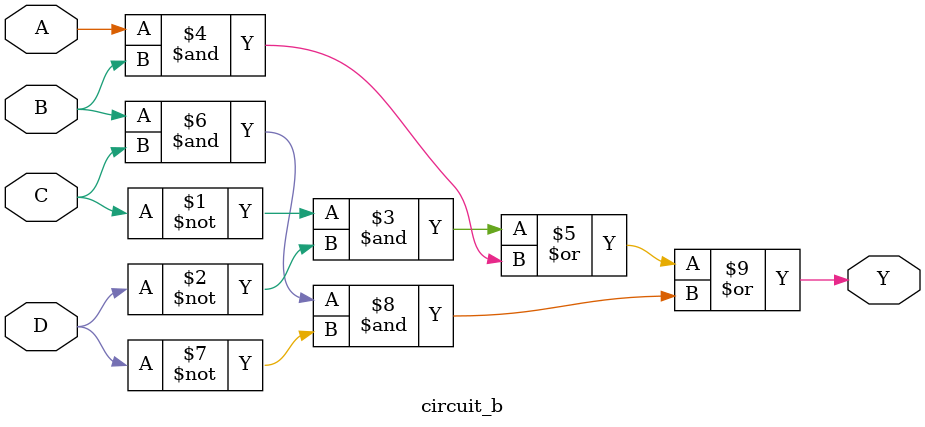
<source format=v>
module circuit_b(
    // Declare inputs
    input A, B, C, D,
    // Declare Y output
    output Y
);

    // Enter logic equation here
    assign Y = (~C & ~D) | (A & B) | (B & C & ~D); 

endmodule

</source>
